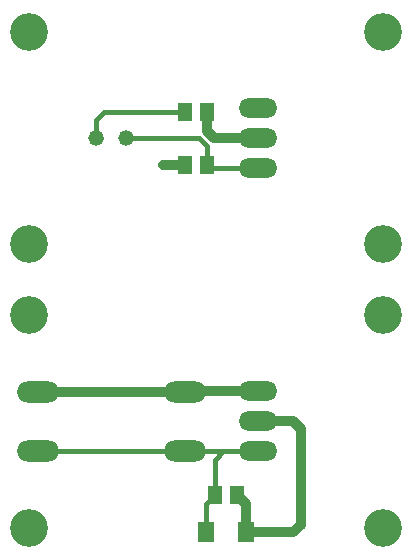
<source format=gtl>
G04 (created by PCBNEW (2013-03-19 BZR 4004)-stable) date 2015/1/6 10:08:28*
%MOIN*%
G04 Gerber Fmt 3.4, Leading zero omitted, Abs format*
%FSLAX34Y34*%
G01*
G70*
G90*
G04 APERTURE LIST*
%ADD10C,0*%
%ADD11O,0.129X0.0645*%
%ADD12C,0.126*%
%ADD13R,0.0511X0.059*%
%ADD14O,0.141X0.0705*%
%ADD15R,0.0551X0.0708*%
%ADD16C,0.052*%
%ADD17C,0.032*%
%ADD18C,0.032*%
%ADD19C,0.016*%
G04 APERTURE END LIST*
G54D10*
G54D11*
X24559Y-14354D03*
X24559Y-15354D03*
X24559Y-16354D03*
G54D12*
X16929Y-11811D03*
X28740Y-11811D03*
X16929Y-18897D03*
X28740Y-18897D03*
G54D13*
X22126Y-14500D03*
X22874Y-14500D03*
X23126Y-27250D03*
X23874Y-27250D03*
G54D14*
X22145Y-25783D03*
X17225Y-25783D03*
X22145Y-23823D03*
X17225Y-23823D03*
G54D11*
X24559Y-23803D03*
X24559Y-24803D03*
X24559Y-25803D03*
G54D12*
X16929Y-21259D03*
X28740Y-21259D03*
X16929Y-28346D03*
X28740Y-28346D03*
G54D15*
X22831Y-28500D03*
X24169Y-28500D03*
G54D13*
X22874Y-16250D03*
X22126Y-16250D03*
G54D16*
X19185Y-15354D03*
X20185Y-15354D03*
G54D17*
X21400Y-16250D03*
G54D18*
X24169Y-28500D02*
X24169Y-27545D01*
X24169Y-27545D02*
X23874Y-27250D01*
X24559Y-24803D02*
X25753Y-24803D01*
X25750Y-28500D02*
X24169Y-28500D01*
X26000Y-28250D02*
X25750Y-28500D01*
X26000Y-25050D02*
X26000Y-28250D01*
X25753Y-24803D02*
X26000Y-25050D01*
X24559Y-15354D02*
X23104Y-15354D01*
X22874Y-15124D02*
X22874Y-14500D01*
X23104Y-15354D02*
X22874Y-15124D01*
X22145Y-23823D02*
X17225Y-23823D01*
X24559Y-23803D02*
X22165Y-23803D01*
X22165Y-23803D02*
X22145Y-23823D01*
X22126Y-16250D02*
X21400Y-16250D01*
G54D19*
X22126Y-14500D02*
X19450Y-14500D01*
X19185Y-14764D02*
X19185Y-15354D01*
X19450Y-14500D02*
X19185Y-14764D01*
X22874Y-16250D02*
X22978Y-16354D01*
X22978Y-16354D02*
X24559Y-16354D01*
X20185Y-15354D02*
X22604Y-15354D01*
X22874Y-15624D02*
X22874Y-16250D01*
X22604Y-15354D02*
X22874Y-15624D01*
X22145Y-25783D02*
X17225Y-25783D01*
X24559Y-25803D02*
X22165Y-25803D01*
X22165Y-25803D02*
X22145Y-25783D01*
X23126Y-27250D02*
X23126Y-26074D01*
X23396Y-25803D02*
X24559Y-25803D01*
X23126Y-26074D02*
X23396Y-25803D01*
X22831Y-28500D02*
X22831Y-27545D01*
X22831Y-27545D02*
X23126Y-27250D01*
M02*

</source>
